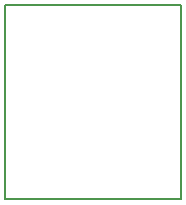
<source format=gm1>
G04 Layer_Color=16711935*
%FSLAX24Y24*%
%MOIN*%
G70*
G01*
G75*
%ADD23C,0.0060*%
D23*
X-3040Y3900D02*
X2800D01*
X-3040Y-2560D02*
Y3900D01*
Y-2560D02*
X2800D01*
Y3900D01*
M02*

</source>
